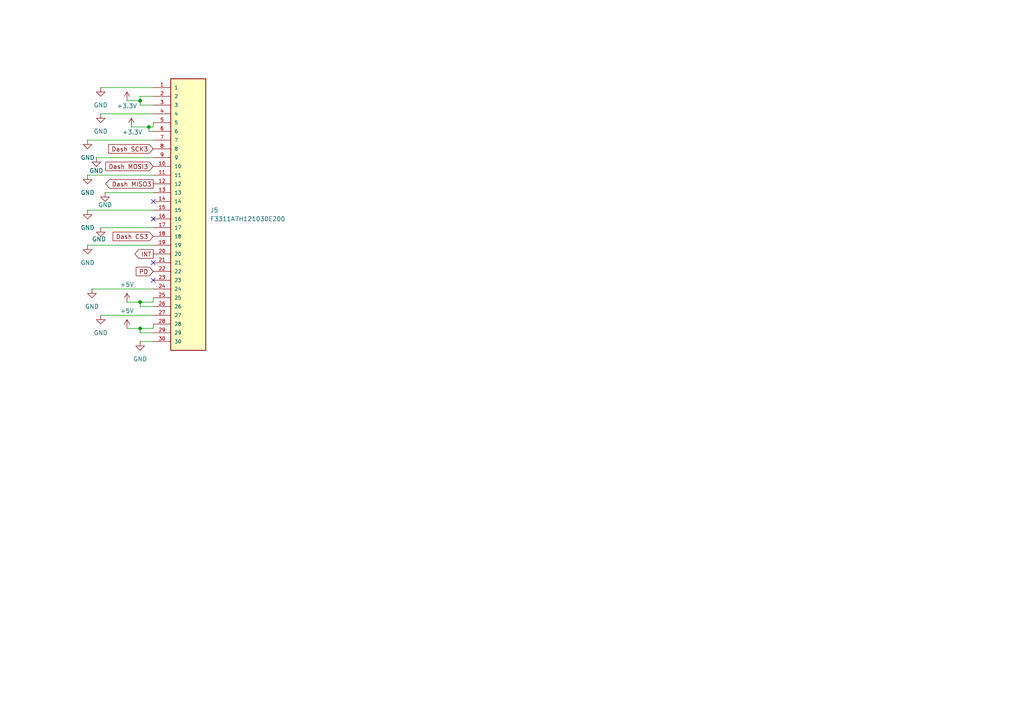
<source format=kicad_sch>
(kicad_sch (version 20250114) (generator "eeschema") (generator_version "9.0")
  (paper "A4")
  (lib_symbols
    (symbol "F3311A7H121030E200:F3311A7H121030E200" (pin_names (offset 1.016))
      (property "Reference" "J" (at -5.08 38.862 0))
      (property "Value" "F3311A7H121030E200" (at -5.08 -43.18 0))
      (symbol "F3311A7H121030E200_0_0"
        (rectangle (start -5.08 -40.64) (end 5.08 38.1) (stroke (width 0.254)) (fill (type background)))
        (pin passive line (at -10.16 35.56 0) (length 5.08) (name "1") (number "1"))
        (pin passive line (at -10.16 33.02 0) (length 5.08) (name "2") (number "2"))
        (pin passive line (at -10.16 30.48 0) (length 5.08) (name "3") (number "3"))
        (pin passive line (at -10.16 27.94 0) (length 5.08) (name "4") (number "4"))
        (pin passive line (at -10.16 25.4 0) (length 5.08) (name "5") (number "5"))
        (pin passive line (at -10.16 22.86 0) (length 5.08) (name "6") (number "6"))
        (pin passive line (at -10.16 20.32 0) (length 5.08) (name "7") (number "7"))
        (pin passive line (at -10.16 17.78 0) (length 5.08) (name "8") (number "8"))
        (pin passive line (at -10.16 15.24 0) (length 5.08) (name "9") (number "9"))
        (pin passive line (at -10.16 12.7 0) (length 5.08) (name "10") (number "10"))
        (pin passive line (at -10.16 10.16 0) (length 5.08) (name "11") (number "11"))
        (pin passive line (at -10.16 7.62 0) (length 5.08) (name "12") (number "12"))
        (pin passive line (at -10.16 5.08 0) (length 5.08) (name "13") (number "13"))
        (pin passive line (at -10.16 2.54 0) (length 5.08) (name "14") (number "14"))
        (pin passive line (at -10.16 0 0) (length 5.08) (name "15") (number "15"))
        (pin passive line (at -10.16 -2.54 0) (length 5.08) (name "16") (number "16"))
        (pin passive line (at -10.16 -5.08 0) (length 5.08) (name "17") (number "17"))
        (pin passive line (at -10.16 -7.62 0) (length 5.08) (name "18") (number "18"))
        (pin passive line (at -10.16 -10.16 0) (length 5.08) (name "19") (number "19"))
        (pin passive line (at -10.16 -12.7 0) (length 5.08) (name "20") (number "20"))
        (pin passive line (at -10.16 -15.24 0) (length 5.08) (name "21") (number "21"))
        (pin passive line (at -10.16 -17.78 0) (length 5.08) (name "22") (number "22"))
        (pin passive line (at -10.16 -20.32 0) (length 5.08) (name "23") (number "23"))
        (pin passive line (at -10.16 -22.86 0) (length 5.08) (name "24") (number "24"))
        (pin passive line (at -10.16 -25.4 0) (length 5.08) (name "25") (number "25"))
        (pin passive line (at -10.16 -27.94 0) (length 5.08) (name "26") (number "26"))
        (pin passive line (at -10.16 -30.48 0) (length 5.08) (name "27") (number "27"))
        (pin passive line (at -10.16 -33.02 0) (length 5.08) (name "28") (number "28"))
        (pin passive line (at -10.16 -35.56 0) (length 5.08) (name "29") (number "29"))
        (pin passive line (at -10.16 -38.1 0) (length 5.08) (name "30") (number "30"))
      )
    )
    (symbol "power:+3.3V" (power) (pin_numbers (hide yes)) (pin_names (offset 0) (hide yes))
      (property "Value" "+3.3V" (at 0 3.556 0))
      (symbol "+3.3V_0_1"
        (polyline (pts (xy -0.762 1.27) (xy 0 2.54)))
        (polyline (pts (xy 0 2.54) (xy 0.762 1.27)))
        (polyline (pts (xy 0 0) (xy 0 2.54)))
      )
      (symbol "+3.3V_1_1"
        (pin power_in line (at 0 0 90) (length 0) (name "~") (number "1"))
      )
    )
    (symbol "power:+5V" (power) (pin_numbers (hide yes)) (pin_names (offset 0) (hide yes))
      (property "Value" "+5V" (at 0 3.556 0))
      (symbol "+5V_0_1"
        (polyline (pts (xy -0.762 1.27) (xy 0 2.54)))
        (polyline (pts (xy 0 2.54) (xy 0.762 1.27)))
        (polyline (pts (xy 0 0) (xy 0 2.54)))
      )
      (symbol "+5V_1_1"
        (pin power_in line (at 0 0 90) (length 0) (name "~") (number "1"))
      )
    )
    (symbol "power:GND" (power) (pin_numbers (hide yes)) (pin_names (offset 0) (hide yes))
      (property "Value" "GND" (at 0 -3.81 0))
      (symbol "GND_0_1"
        (polyline (pts (xy 0 0) (xy 0 -1.27) (xy 1.27 -1.27) (xy 0 -2.54) (xy -1.27 -1.27) (xy 0 -1.27)))
      )
      (symbol "GND_1_1"
        (pin power_in line (at 0 0 270) (length 0) (name "~") (number "1"))
      )
    )
  )
  (junction (at 40.64 95.25))
  (junction (at 40.64 87.63))
  (junction (at 43.18 36.83))
  (junction (at 40.64 29.21))
  (no_connect (at 44.45 63.5))
  (no_connect (at 44.45 76.2))
  (no_connect (at 44.45 58.42))
  (no_connect (at 44.45 81.28))
  (wire (pts (xy 40.64 96.52) (xy 40.64 95.25)))
  (wire (pts (xy 44.45 36.83) (xy 44.45 35.56)))
  (wire (pts (xy 29.21 66.04) (xy 44.45 66.04)))
  (wire (pts (xy 40.64 95.25) (xy 44.45 95.25)))
  (wire (pts (xy 36.83 87.63) (xy 40.64 87.63)))
  (wire (pts (xy 44.45 96.52) (xy 40.64 96.52)))
  (wire (pts (xy 44.45 87.63) (xy 44.45 86.36)))
  (wire (pts (xy 25.4 71.12) (xy 44.45 71.12)))
  (wire (pts (xy 29.21 25.4) (xy 44.45 25.4)))
  (wire (pts (xy 40.64 29.21) (xy 40.64 30.48)))
  (wire (pts (xy 43.18 38.1) (xy 44.45 38.1)))
  (wire (pts (xy 25.4 40.64) (xy 44.45 40.64)))
  (wire (pts (xy 44.45 95.25) (xy 44.45 93.98)))
  (wire (pts (xy 36.83 29.21) (xy 40.64 29.21)))
  (wire (pts (xy 25.4 60.96) (xy 44.45 60.96)))
  (wire (pts (xy 27.94 45.72) (xy 44.45 45.72)))
  (wire (pts (xy 25.4 50.8) (xy 44.45 50.8)))
  (wire (pts (xy 40.64 27.94) (xy 44.45 27.94)))
  (wire (pts (xy 40.64 99.06) (xy 44.45 99.06)))
  (wire (pts (xy 43.18 36.83) (xy 43.18 38.1)))
  (wire (pts (xy 29.21 91.44) (xy 44.45 91.44)))
  (wire (pts (xy 40.64 30.48) (xy 44.45 30.48)))
  (wire (pts (xy 43.18 36.83) (xy 44.45 36.83)))
  (wire (pts (xy 40.64 87.63) (xy 44.45 87.63)))
  (wire (pts (xy 29.21 33.02) (xy 44.45 33.02)))
  (wire (pts (xy 40.64 29.21) (xy 40.64 27.94)))
  (wire (pts (xy 44.45 88.9) (xy 40.64 88.9)))
  (wire (pts (xy 40.64 88.9) (xy 40.64 87.63)))
  (wire (pts (xy 36.83 95.25) (xy 40.64 95.25)))
  (wire (pts (xy 38.1 36.83) (xy 43.18 36.83)))
  (wire (pts (xy 30.48 55.88) (xy 44.45 55.88)))
  (wire (pts (xy 26.67 83.82) (xy 44.45 83.82)))
  (global_label "Dash SCK3" (shape input) (at 44.45 43.18 180) (property "Intersheetrefs" "${INTERSHEET_REFS}" (effects (hide yes))))
  (global_label "Dash MOSI3" (shape input) (at 44.45 48.26 180) (property "Intersheetrefs" "${INTERSHEET_REFS}" (effects (hide yes))))
  (global_label "Dash MISO3" (shape output) (at 44.45 53.34 180) (property "Intersheetrefs" "${INTERSHEET_REFS}" (effects (hide yes))))
  (global_label "INT" (shape output) (at 44.45 73.66 180) (property "Intersheetrefs" "${INTERSHEET_REFS}" (effects (hide yes))))
  (global_label "Dash CS3" (shape input) (at 44.45 68.58 180) (property "Intersheetrefs" "${INTERSHEET_REFS}" (effects (hide yes))))
  (global_label "PD" (shape input) (at 44.45 78.74 180) (property "Intersheetrefs" "${INTERSHEET_REFS}" (effects (hide yes))))
  (symbol (lib_id "power:GND") (at 25.4 71.12 0) (unit 1)
    (property "Reference" "#PWR066" (effects (hide yes)))
    (property "Value" "GND" (at 25.4 76.2 0))
    (property "Description" "Power symbol creates a global label with name \"GND\" , ground" (effects (hide yes)))
  )
  (symbol (lib_id "power:GND") (at 25.4 50.8 0) (unit 1)
    (property "Reference" "#PWR062" (effects (hide yes)))
    (property "Value" "GND" (at 25.4 55.88 0))
    (property "Description" "Power symbol creates a global label with name \"GND\" , ground" (effects (hide yes)))
  )
  (symbol (lib_id "power:GND") (at 26.67 83.82 0) (unit 1)
    (property "Reference" "#PWR067" (effects (hide yes)))
    (property "Value" "GND" (at 26.67 88.9 0))
    (property "Description" "Power symbol creates a global label with name \"GND\" , ground" (effects (hide yes)))
  )
  (symbol (lib_id "power:+3.3V") (at 36.83 29.21 0) (unit 1)
    (property "Reference" "#PWR057" (effects (hide yes)))
    (property "Value" "+3.3V" (at 36.83 30.734 0))
    (property "Description" "Power symbol creates a global label with name \"+3.3V\"" (effects (hide yes)))
  )
  (symbol (lib_id "power:GND") (at 29.21 91.44 0) (unit 1)
    (property "Reference" "#PWR069" (effects (hide yes)))
    (property "Value" "GND" (at 29.21 96.52 0))
    (property "Description" "Power symbol creates a global label with name \"GND\" , ground" (effects (hide yes)))
  )
  (symbol (lib_id "power:+5V") (at 36.83 87.63 0) (unit 1)
    (property "Reference" "#PWR068" (effects (hide yes)))
    (property "Value" "+5V" (at 36.83 82.55 0))
    (property "Description" "Power symbol creates a global label with name \"+5V\"" (effects (hide yes)))
  )
  (symbol (lib_id "F3311A7H121030E200:F3311A7H121030E200") (at 54.61 60.96 0) (unit 1)
    (property "Reference" "J5" (at 60.96 60.9599 0) (effects (justify left)))
    (property "Value" "F3311A7H121030E200" (at 60.96 63.4999 0) (effects (justify left)))
    (property "Footprint" "F3311A7H121030E200:AMPHENOL_F3311A7H121030E200" (effects (hide yes)))
    (property "PARTREV" "A" (effects (hide yes)))
    (property "STANDARD" "Manufacturer Recommendations" (effects (hide yes)))
    (property "MAXIMUM_PACKAGE_HEIGHT" "1.62mm" (effects (hide yes)))
    (property "MANUFACTURER" "Amphenol" (effects (hide yes)))
  )
  (symbol (lib_id "power:GND") (at 30.48 55.88 0) (unit 1)
    (property "Reference" "#PWR063" (effects (hide yes)))
    (property "Value" "GND" (at 30.48 59.436 0))
    (property "Description" "Power symbol creates a global label with name \"GND\" , ground" (effects (hide yes)))
  )
  (symbol (lib_id "power:GND") (at 27.94 45.72 0) (unit 1)
    (property "Reference" "#PWR061" (effects (hide yes)))
    (property "Value" "GND" (at 27.94 49.53 0))
    (property "Description" "Power symbol creates a global label with name \"GND\" , ground" (effects (hide yes)))
  )
  (symbol (lib_id "power:GND") (at 29.21 25.4 0) (unit 1)
    (property "Reference" "#PWR056" (effects (hide yes)))
    (property "Value" "GND" (at 29.21 30.48 0))
    (property "Description" "Power symbol creates a global label with name \"GND\" , ground" (effects (hide yes)))
  )
  (symbol (lib_id "power:GND") (at 29.21 66.04 0) (unit 1)
    (property "Reference" "#PWR065" (effects (hide yes)))
    (property "Value" "GND" (at 28.702 69.342 0))
    (property "Description" "Power symbol creates a global label with name \"GND\" , ground" (effects (hide yes)))
  )
  (symbol (lib_id "power:GND") (at 29.21 33.02 0) (unit 1)
    (property "Reference" "#PWR058" (effects (hide yes)))
    (property "Value" "GND" (at 29.21 38.1 0))
    (property "Description" "Power symbol creates a global label with name \"GND\" , ground" (effects (hide yes)))
  )
  (symbol (lib_id "power:GND") (at 25.4 60.96 0) (unit 1)
    (property "Reference" "#PWR064" (effects (hide yes)))
    (property "Value" "GND" (at 25.4 66.04 0))
    (property "Description" "Power symbol creates a global label with name \"GND\" , ground" (effects (hide yes)))
  )
  (symbol (lib_id "power:GND") (at 40.64 99.06 0) (unit 1)
    (property "Reference" "#PWR071" (effects (hide yes)))
    (property "Value" "GND" (at 40.64 104.14 0))
    (property "Description" "Power symbol creates a global label with name \"GND\" , ground" (effects (hide yes)))
  )
  (symbol (lib_id "power:+5V") (at 36.83 95.25 0) (unit 1)
    (property "Reference" "#PWR070" (effects (hide yes)))
    (property "Value" "+5V" (at 36.83 90.17 0))
    (property "Description" "Power symbol creates a global label with name \"+5V\"" (effects (hide yes)))
  )
  (symbol (lib_id "power:+3.3V") (at 38.1 36.83 0) (unit 1)
    (property "Reference" "#PWR059" (effects (hide yes)))
    (property "Value" "+3.3V" (at 38.354 38.354 0))
    (property "Description" "Power symbol creates a global label with name \"+3.3V\"" (effects (hide yes)))
  )
  (symbol (lib_id "power:GND") (at 25.4 40.64 0) (unit 1)
    (property "Reference" "#PWR060" (effects (hide yes)))
    (property "Value" "GND" (at 25.4 45.72 0))
    (property "Description" "Power symbol creates a global label with name \"GND\" , ground" (effects (hide yes)))
  )
)
</source>
